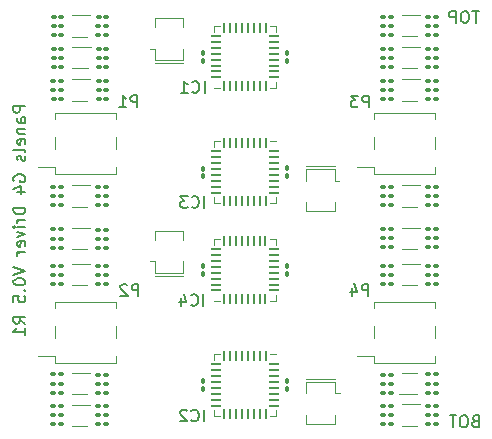
<source format=gbo>
G04 #@! TF.GenerationSoftware,KiCad,Pcbnew,7.0.2-6a45011f42~172~ubuntu22.04.1*
G04 #@! TF.CreationDate,2023-07-30T19:01:30-07:00*
G04 #@! TF.ProjectId,driver_40mm_atmega_v0p5,64726976-6572-45f3-9430-6d6d5f61746d,rev?*
G04 #@! TF.SameCoordinates,Original*
G04 #@! TF.FileFunction,Legend,Bot*
G04 #@! TF.FilePolarity,Positive*
%FSLAX46Y46*%
G04 Gerber Fmt 4.6, Leading zero omitted, Abs format (unit mm)*
G04 Created by KiCad (PCBNEW 7.0.2-6a45011f42~172~ubuntu22.04.1) date 2023-07-30 19:01:30*
%MOMM*%
%LPD*%
G01*
G04 APERTURE LIST*
G04 Aperture macros list*
%AMRoundRect*
0 Rectangle with rounded corners*
0 $1 Rounding radius*
0 $2 $3 $4 $5 $6 $7 $8 $9 X,Y pos of 4 corners*
0 Add a 4 corners polygon primitive as box body*
4,1,4,$2,$3,$4,$5,$6,$7,$8,$9,$2,$3,0*
0 Add four circle primitives for the rounded corners*
1,1,$1+$1,$2,$3*
1,1,$1+$1,$4,$5*
1,1,$1+$1,$6,$7*
1,1,$1+$1,$8,$9*
0 Add four rect primitives between the rounded corners*
20,1,$1+$1,$2,$3,$4,$5,0*
20,1,$1+$1,$4,$5,$6,$7,0*
20,1,$1+$1,$6,$7,$8,$9,0*
20,1,$1+$1,$8,$9,$2,$3,0*%
G04 Aperture macros list end*
%ADD10C,0.203200*%
%ADD11C,0.150000*%
%ADD12C,0.120000*%
%ADD13R,3.680000X1.270000*%
%ADD14RoundRect,0.062500X-0.375000X-0.062500X0.375000X-0.062500X0.375000X0.062500X-0.375000X0.062500X0*%
%ADD15RoundRect,0.062500X-0.062500X-0.375000X0.062500X-0.375000X0.062500X0.375000X-0.062500X0.375000X0*%
%ADD16R,3.100000X3.100000*%
%ADD17RoundRect,0.062500X0.375000X0.062500X-0.375000X0.062500X-0.375000X-0.062500X0.375000X-0.062500X0*%
%ADD18RoundRect,0.062500X0.062500X0.375000X-0.062500X0.375000X-0.062500X-0.375000X0.062500X-0.375000X0*%
%ADD19RoundRect,0.100000X-0.021213X-0.162635X0.162635X0.021213X0.021213X0.162635X-0.162635X-0.021213X0*%
%ADD20RoundRect,0.100000X-0.130000X-0.100000X0.130000X-0.100000X0.130000X0.100000X-0.130000X0.100000X0*%
%ADD21RoundRect,0.100000X0.130000X0.100000X-0.130000X0.100000X-0.130000X-0.100000X0.130000X-0.100000X0*%
%ADD22R,0.478000X0.300000*%
%ADD23RoundRect,0.100000X0.100000X-0.130000X0.100000X0.130000X-0.100000X0.130000X-0.100000X-0.130000X0*%
%ADD24RoundRect,0.100000X0.021213X0.162635X-0.162635X-0.021213X-0.021213X-0.162635X0.162635X0.021213X0*%
%ADD25RoundRect,0.100000X-0.100000X0.130000X-0.100000X-0.130000X0.100000X-0.130000X0.100000X0.130000X0*%
%ADD26R,1.900000X0.400000*%
G04 APERTURE END LIST*
D10*
X51410020Y-60323810D02*
X50394020Y-60323810D01*
X50394020Y-60323810D02*
X50394020Y-60710858D01*
X50394020Y-60710858D02*
X50442401Y-60807620D01*
X50442401Y-60807620D02*
X50490782Y-60856001D01*
X50490782Y-60856001D02*
X50587544Y-60904382D01*
X50587544Y-60904382D02*
X50732687Y-60904382D01*
X50732687Y-60904382D02*
X50829449Y-60856001D01*
X50829449Y-60856001D02*
X50877830Y-60807620D01*
X50877830Y-60807620D02*
X50926211Y-60710858D01*
X50926211Y-60710858D02*
X50926211Y-60323810D01*
X51410020Y-61775239D02*
X50877830Y-61775239D01*
X50877830Y-61775239D02*
X50781068Y-61726858D01*
X50781068Y-61726858D02*
X50732687Y-61630096D01*
X50732687Y-61630096D02*
X50732687Y-61436572D01*
X50732687Y-61436572D02*
X50781068Y-61339810D01*
X51361640Y-61775239D02*
X51410020Y-61678477D01*
X51410020Y-61678477D02*
X51410020Y-61436572D01*
X51410020Y-61436572D02*
X51361640Y-61339810D01*
X51361640Y-61339810D02*
X51264878Y-61291429D01*
X51264878Y-61291429D02*
X51168116Y-61291429D01*
X51168116Y-61291429D02*
X51071354Y-61339810D01*
X51071354Y-61339810D02*
X51022973Y-61436572D01*
X51022973Y-61436572D02*
X51022973Y-61678477D01*
X51022973Y-61678477D02*
X50974592Y-61775239D01*
X50732687Y-62259048D02*
X51410020Y-62259048D01*
X50829449Y-62259048D02*
X50781068Y-62307429D01*
X50781068Y-62307429D02*
X50732687Y-62404191D01*
X50732687Y-62404191D02*
X50732687Y-62549334D01*
X50732687Y-62549334D02*
X50781068Y-62646096D01*
X50781068Y-62646096D02*
X50877830Y-62694477D01*
X50877830Y-62694477D02*
X51410020Y-62694477D01*
X51361640Y-63565334D02*
X51410020Y-63468572D01*
X51410020Y-63468572D02*
X51410020Y-63275048D01*
X51410020Y-63275048D02*
X51361640Y-63178286D01*
X51361640Y-63178286D02*
X51264878Y-63129905D01*
X51264878Y-63129905D02*
X50877830Y-63129905D01*
X50877830Y-63129905D02*
X50781068Y-63178286D01*
X50781068Y-63178286D02*
X50732687Y-63275048D01*
X50732687Y-63275048D02*
X50732687Y-63468572D01*
X50732687Y-63468572D02*
X50781068Y-63565334D01*
X50781068Y-63565334D02*
X50877830Y-63613715D01*
X50877830Y-63613715D02*
X50974592Y-63613715D01*
X50974592Y-63613715D02*
X51071354Y-63129905D01*
X51410020Y-64194286D02*
X51361640Y-64097524D01*
X51361640Y-64097524D02*
X51264878Y-64049143D01*
X51264878Y-64049143D02*
X50394020Y-64049143D01*
X51361640Y-64532952D02*
X51410020Y-64629714D01*
X51410020Y-64629714D02*
X51410020Y-64823238D01*
X51410020Y-64823238D02*
X51361640Y-64920000D01*
X51361640Y-64920000D02*
X51264878Y-64968381D01*
X51264878Y-64968381D02*
X51216497Y-64968381D01*
X51216497Y-64968381D02*
X51119735Y-64920000D01*
X51119735Y-64920000D02*
X51071354Y-64823238D01*
X51071354Y-64823238D02*
X51071354Y-64678095D01*
X51071354Y-64678095D02*
X51022973Y-64581333D01*
X51022973Y-64581333D02*
X50926211Y-64532952D01*
X50926211Y-64532952D02*
X50877830Y-64532952D01*
X50877830Y-64532952D02*
X50781068Y-64581333D01*
X50781068Y-64581333D02*
X50732687Y-64678095D01*
X50732687Y-64678095D02*
X50732687Y-64823238D01*
X50732687Y-64823238D02*
X50781068Y-64920000D01*
X50442401Y-66710095D02*
X50394020Y-66613333D01*
X50394020Y-66613333D02*
X50394020Y-66468190D01*
X50394020Y-66468190D02*
X50442401Y-66323047D01*
X50442401Y-66323047D02*
X50539163Y-66226285D01*
X50539163Y-66226285D02*
X50635925Y-66177904D01*
X50635925Y-66177904D02*
X50829449Y-66129523D01*
X50829449Y-66129523D02*
X50974592Y-66129523D01*
X50974592Y-66129523D02*
X51168116Y-66177904D01*
X51168116Y-66177904D02*
X51264878Y-66226285D01*
X51264878Y-66226285D02*
X51361640Y-66323047D01*
X51361640Y-66323047D02*
X51410020Y-66468190D01*
X51410020Y-66468190D02*
X51410020Y-66564952D01*
X51410020Y-66564952D02*
X51361640Y-66710095D01*
X51361640Y-66710095D02*
X51313259Y-66758476D01*
X51313259Y-66758476D02*
X50974592Y-66758476D01*
X50974592Y-66758476D02*
X50974592Y-66564952D01*
X50732687Y-67629333D02*
X51410020Y-67629333D01*
X50345640Y-67387428D02*
X51071354Y-67145523D01*
X51071354Y-67145523D02*
X51071354Y-67774476D01*
X51410020Y-68935618D02*
X50394020Y-68935618D01*
X50394020Y-68935618D02*
X50394020Y-69177523D01*
X50394020Y-69177523D02*
X50442401Y-69322666D01*
X50442401Y-69322666D02*
X50539163Y-69419428D01*
X50539163Y-69419428D02*
X50635925Y-69467809D01*
X50635925Y-69467809D02*
X50829449Y-69516190D01*
X50829449Y-69516190D02*
X50974592Y-69516190D01*
X50974592Y-69516190D02*
X51168116Y-69467809D01*
X51168116Y-69467809D02*
X51264878Y-69419428D01*
X51264878Y-69419428D02*
X51361640Y-69322666D01*
X51361640Y-69322666D02*
X51410020Y-69177523D01*
X51410020Y-69177523D02*
X51410020Y-68935618D01*
X51410020Y-69951618D02*
X50732687Y-69951618D01*
X50926211Y-69951618D02*
X50829449Y-69999999D01*
X50829449Y-69999999D02*
X50781068Y-70048380D01*
X50781068Y-70048380D02*
X50732687Y-70145142D01*
X50732687Y-70145142D02*
X50732687Y-70241904D01*
X51410020Y-70580570D02*
X50732687Y-70580570D01*
X50394020Y-70580570D02*
X50442401Y-70532189D01*
X50442401Y-70532189D02*
X50490782Y-70580570D01*
X50490782Y-70580570D02*
X50442401Y-70628951D01*
X50442401Y-70628951D02*
X50394020Y-70580570D01*
X50394020Y-70580570D02*
X50490782Y-70580570D01*
X50732687Y-70967618D02*
X51410020Y-71209523D01*
X51410020Y-71209523D02*
X50732687Y-71451428D01*
X51361640Y-72225523D02*
X51410020Y-72128761D01*
X51410020Y-72128761D02*
X51410020Y-71935237D01*
X51410020Y-71935237D02*
X51361640Y-71838475D01*
X51361640Y-71838475D02*
X51264878Y-71790094D01*
X51264878Y-71790094D02*
X50877830Y-71790094D01*
X50877830Y-71790094D02*
X50781068Y-71838475D01*
X50781068Y-71838475D02*
X50732687Y-71935237D01*
X50732687Y-71935237D02*
X50732687Y-72128761D01*
X50732687Y-72128761D02*
X50781068Y-72225523D01*
X50781068Y-72225523D02*
X50877830Y-72273904D01*
X50877830Y-72273904D02*
X50974592Y-72273904D01*
X50974592Y-72273904D02*
X51071354Y-71790094D01*
X51410020Y-72709332D02*
X50732687Y-72709332D01*
X50926211Y-72709332D02*
X50829449Y-72757713D01*
X50829449Y-72757713D02*
X50781068Y-72806094D01*
X50781068Y-72806094D02*
X50732687Y-72902856D01*
X50732687Y-72902856D02*
X50732687Y-72999618D01*
X50394020Y-73967236D02*
X51410020Y-74305903D01*
X51410020Y-74305903D02*
X50394020Y-74644570D01*
X50394020Y-75176760D02*
X50394020Y-75273522D01*
X50394020Y-75273522D02*
X50442401Y-75370284D01*
X50442401Y-75370284D02*
X50490782Y-75418665D01*
X50490782Y-75418665D02*
X50587544Y-75467046D01*
X50587544Y-75467046D02*
X50781068Y-75515427D01*
X50781068Y-75515427D02*
X51022973Y-75515427D01*
X51022973Y-75515427D02*
X51216497Y-75467046D01*
X51216497Y-75467046D02*
X51313259Y-75418665D01*
X51313259Y-75418665D02*
X51361640Y-75370284D01*
X51361640Y-75370284D02*
X51410020Y-75273522D01*
X51410020Y-75273522D02*
X51410020Y-75176760D01*
X51410020Y-75176760D02*
X51361640Y-75079998D01*
X51361640Y-75079998D02*
X51313259Y-75031617D01*
X51313259Y-75031617D02*
X51216497Y-74983236D01*
X51216497Y-74983236D02*
X51022973Y-74934855D01*
X51022973Y-74934855D02*
X50781068Y-74934855D01*
X50781068Y-74934855D02*
X50587544Y-74983236D01*
X50587544Y-74983236D02*
X50490782Y-75031617D01*
X50490782Y-75031617D02*
X50442401Y-75079998D01*
X50442401Y-75079998D02*
X50394020Y-75176760D01*
X51313259Y-75950855D02*
X51361640Y-75999236D01*
X51361640Y-75999236D02*
X51410020Y-75950855D01*
X51410020Y-75950855D02*
X51361640Y-75902474D01*
X51361640Y-75902474D02*
X51313259Y-75950855D01*
X51313259Y-75950855D02*
X51410020Y-75950855D01*
X50394020Y-76918475D02*
X50394020Y-76434665D01*
X50394020Y-76434665D02*
X50877830Y-76386284D01*
X50877830Y-76386284D02*
X50829449Y-76434665D01*
X50829449Y-76434665D02*
X50781068Y-76531427D01*
X50781068Y-76531427D02*
X50781068Y-76773332D01*
X50781068Y-76773332D02*
X50829449Y-76870094D01*
X50829449Y-76870094D02*
X50877830Y-76918475D01*
X50877830Y-76918475D02*
X50974592Y-76966856D01*
X50974592Y-76966856D02*
X51216497Y-76966856D01*
X51216497Y-76966856D02*
X51313259Y-76918475D01*
X51313259Y-76918475D02*
X51361640Y-76870094D01*
X51361640Y-76870094D02*
X51410020Y-76773332D01*
X51410020Y-76773332D02*
X51410020Y-76531427D01*
X51410020Y-76531427D02*
X51361640Y-76434665D01*
X51361640Y-76434665D02*
X51313259Y-76386284D01*
X51410020Y-78756951D02*
X50926211Y-78418284D01*
X51410020Y-78176379D02*
X50394020Y-78176379D01*
X50394020Y-78176379D02*
X50394020Y-78563427D01*
X50394020Y-78563427D02*
X50442401Y-78660189D01*
X50442401Y-78660189D02*
X50490782Y-78708570D01*
X50490782Y-78708570D02*
X50587544Y-78756951D01*
X50587544Y-78756951D02*
X50732687Y-78756951D01*
X50732687Y-78756951D02*
X50829449Y-78708570D01*
X50829449Y-78708570D02*
X50877830Y-78660189D01*
X50877830Y-78660189D02*
X50926211Y-78563427D01*
X50926211Y-78563427D02*
X50926211Y-78176379D01*
X51410020Y-79724570D02*
X51410020Y-79143998D01*
X51410020Y-79434284D02*
X50394020Y-79434284D01*
X50394020Y-79434284D02*
X50539163Y-79337522D01*
X50539163Y-79337522D02*
X50635925Y-79240760D01*
X50635925Y-79240760D02*
X50684306Y-79143998D01*
X89496666Y-87007830D02*
X89351523Y-87056211D01*
X89351523Y-87056211D02*
X89303142Y-87104592D01*
X89303142Y-87104592D02*
X89254761Y-87201354D01*
X89254761Y-87201354D02*
X89254761Y-87346497D01*
X89254761Y-87346497D02*
X89303142Y-87443259D01*
X89303142Y-87443259D02*
X89351523Y-87491640D01*
X89351523Y-87491640D02*
X89448285Y-87540020D01*
X89448285Y-87540020D02*
X89835333Y-87540020D01*
X89835333Y-87540020D02*
X89835333Y-86524020D01*
X89835333Y-86524020D02*
X89496666Y-86524020D01*
X89496666Y-86524020D02*
X89399904Y-86572401D01*
X89399904Y-86572401D02*
X89351523Y-86620782D01*
X89351523Y-86620782D02*
X89303142Y-86717544D01*
X89303142Y-86717544D02*
X89303142Y-86814306D01*
X89303142Y-86814306D02*
X89351523Y-86911068D01*
X89351523Y-86911068D02*
X89399904Y-86959449D01*
X89399904Y-86959449D02*
X89496666Y-87007830D01*
X89496666Y-87007830D02*
X89835333Y-87007830D01*
X88625809Y-86524020D02*
X88432285Y-86524020D01*
X88432285Y-86524020D02*
X88335523Y-86572401D01*
X88335523Y-86572401D02*
X88238761Y-86669163D01*
X88238761Y-86669163D02*
X88190380Y-86862687D01*
X88190380Y-86862687D02*
X88190380Y-87201354D01*
X88190380Y-87201354D02*
X88238761Y-87394878D01*
X88238761Y-87394878D02*
X88335523Y-87491640D01*
X88335523Y-87491640D02*
X88432285Y-87540020D01*
X88432285Y-87540020D02*
X88625809Y-87540020D01*
X88625809Y-87540020D02*
X88722571Y-87491640D01*
X88722571Y-87491640D02*
X88819333Y-87394878D01*
X88819333Y-87394878D02*
X88867714Y-87201354D01*
X88867714Y-87201354D02*
X88867714Y-86862687D01*
X88867714Y-86862687D02*
X88819333Y-86669163D01*
X88819333Y-86669163D02*
X88722571Y-86572401D01*
X88722571Y-86572401D02*
X88625809Y-86524020D01*
X87900095Y-86524020D02*
X87319523Y-86524020D01*
X87609809Y-87540020D02*
X87609809Y-86524020D01*
X89820476Y-52294020D02*
X89239904Y-52294020D01*
X89530190Y-53310020D02*
X89530190Y-52294020D01*
X88707714Y-52294020D02*
X88514190Y-52294020D01*
X88514190Y-52294020D02*
X88417428Y-52342401D01*
X88417428Y-52342401D02*
X88320666Y-52439163D01*
X88320666Y-52439163D02*
X88272285Y-52632687D01*
X88272285Y-52632687D02*
X88272285Y-52971354D01*
X88272285Y-52971354D02*
X88320666Y-53164878D01*
X88320666Y-53164878D02*
X88417428Y-53261640D01*
X88417428Y-53261640D02*
X88514190Y-53310020D01*
X88514190Y-53310020D02*
X88707714Y-53310020D01*
X88707714Y-53310020D02*
X88804476Y-53261640D01*
X88804476Y-53261640D02*
X88901238Y-53164878D01*
X88901238Y-53164878D02*
X88949619Y-52971354D01*
X88949619Y-52971354D02*
X88949619Y-52632687D01*
X88949619Y-52632687D02*
X88901238Y-52439163D01*
X88901238Y-52439163D02*
X88804476Y-52342401D01*
X88804476Y-52342401D02*
X88707714Y-52294020D01*
X87836857Y-53310020D02*
X87836857Y-52294020D01*
X87836857Y-52294020D02*
X87449809Y-52294020D01*
X87449809Y-52294020D02*
X87353047Y-52342401D01*
X87353047Y-52342401D02*
X87304666Y-52390782D01*
X87304666Y-52390782D02*
X87256285Y-52487544D01*
X87256285Y-52487544D02*
X87256285Y-52632687D01*
X87256285Y-52632687D02*
X87304666Y-52729449D01*
X87304666Y-52729449D02*
X87353047Y-52777830D01*
X87353047Y-52777830D02*
X87449809Y-52826211D01*
X87449809Y-52826211D02*
X87836857Y-52826211D01*
D11*
X80448094Y-76402619D02*
X80448094Y-75402619D01*
X80448094Y-75402619D02*
X80067142Y-75402619D01*
X80067142Y-75402619D02*
X79971904Y-75450238D01*
X79971904Y-75450238D02*
X79924285Y-75497857D01*
X79924285Y-75497857D02*
X79876666Y-75593095D01*
X79876666Y-75593095D02*
X79876666Y-75735952D01*
X79876666Y-75735952D02*
X79924285Y-75831190D01*
X79924285Y-75831190D02*
X79971904Y-75878809D01*
X79971904Y-75878809D02*
X80067142Y-75926428D01*
X80067142Y-75926428D02*
X80448094Y-75926428D01*
X79019523Y-75735952D02*
X79019523Y-76402619D01*
X79257618Y-75355000D02*
X79495713Y-76069285D01*
X79495713Y-76069285D02*
X78876666Y-76069285D01*
X80468094Y-60452619D02*
X80468094Y-59452619D01*
X80468094Y-59452619D02*
X80087142Y-59452619D01*
X80087142Y-59452619D02*
X79991904Y-59500238D01*
X79991904Y-59500238D02*
X79944285Y-59547857D01*
X79944285Y-59547857D02*
X79896666Y-59643095D01*
X79896666Y-59643095D02*
X79896666Y-59785952D01*
X79896666Y-59785952D02*
X79944285Y-59881190D01*
X79944285Y-59881190D02*
X79991904Y-59928809D01*
X79991904Y-59928809D02*
X80087142Y-59976428D01*
X80087142Y-59976428D02*
X80468094Y-59976428D01*
X79563332Y-59452619D02*
X78944285Y-59452619D01*
X78944285Y-59452619D02*
X79277618Y-59833571D01*
X79277618Y-59833571D02*
X79134761Y-59833571D01*
X79134761Y-59833571D02*
X79039523Y-59881190D01*
X79039523Y-59881190D02*
X78991904Y-59928809D01*
X78991904Y-59928809D02*
X78944285Y-60024047D01*
X78944285Y-60024047D02*
X78944285Y-60262142D01*
X78944285Y-60262142D02*
X78991904Y-60357380D01*
X78991904Y-60357380D02*
X79039523Y-60405000D01*
X79039523Y-60405000D02*
X79134761Y-60452619D01*
X79134761Y-60452619D02*
X79420475Y-60452619D01*
X79420475Y-60452619D02*
X79515713Y-60405000D01*
X79515713Y-60405000D02*
X79563332Y-60357380D01*
X60968094Y-76402619D02*
X60968094Y-75402619D01*
X60968094Y-75402619D02*
X60587142Y-75402619D01*
X60587142Y-75402619D02*
X60491904Y-75450238D01*
X60491904Y-75450238D02*
X60444285Y-75497857D01*
X60444285Y-75497857D02*
X60396666Y-75593095D01*
X60396666Y-75593095D02*
X60396666Y-75735952D01*
X60396666Y-75735952D02*
X60444285Y-75831190D01*
X60444285Y-75831190D02*
X60491904Y-75878809D01*
X60491904Y-75878809D02*
X60587142Y-75926428D01*
X60587142Y-75926428D02*
X60968094Y-75926428D01*
X60015713Y-75497857D02*
X59968094Y-75450238D01*
X59968094Y-75450238D02*
X59872856Y-75402619D01*
X59872856Y-75402619D02*
X59634761Y-75402619D01*
X59634761Y-75402619D02*
X59539523Y-75450238D01*
X59539523Y-75450238D02*
X59491904Y-75497857D01*
X59491904Y-75497857D02*
X59444285Y-75593095D01*
X59444285Y-75593095D02*
X59444285Y-75688333D01*
X59444285Y-75688333D02*
X59491904Y-75831190D01*
X59491904Y-75831190D02*
X60063332Y-76402619D01*
X60063332Y-76402619D02*
X59444285Y-76402619D01*
X60868094Y-60442619D02*
X60868094Y-59442619D01*
X60868094Y-59442619D02*
X60487142Y-59442619D01*
X60487142Y-59442619D02*
X60391904Y-59490238D01*
X60391904Y-59490238D02*
X60344285Y-59537857D01*
X60344285Y-59537857D02*
X60296666Y-59633095D01*
X60296666Y-59633095D02*
X60296666Y-59775952D01*
X60296666Y-59775952D02*
X60344285Y-59871190D01*
X60344285Y-59871190D02*
X60391904Y-59918809D01*
X60391904Y-59918809D02*
X60487142Y-59966428D01*
X60487142Y-59966428D02*
X60868094Y-59966428D01*
X59344285Y-60442619D02*
X59915713Y-60442619D01*
X59629999Y-60442619D02*
X59629999Y-59442619D01*
X59629999Y-59442619D02*
X59725237Y-59585476D01*
X59725237Y-59585476D02*
X59820475Y-59680714D01*
X59820475Y-59680714D02*
X59915713Y-59728333D01*
X66566189Y-59222619D02*
X66566189Y-58222619D01*
X65518571Y-59127380D02*
X65566190Y-59175000D01*
X65566190Y-59175000D02*
X65709047Y-59222619D01*
X65709047Y-59222619D02*
X65804285Y-59222619D01*
X65804285Y-59222619D02*
X65947142Y-59175000D01*
X65947142Y-59175000D02*
X66042380Y-59079761D01*
X66042380Y-59079761D02*
X66089999Y-58984523D01*
X66089999Y-58984523D02*
X66137618Y-58794047D01*
X66137618Y-58794047D02*
X66137618Y-58651190D01*
X66137618Y-58651190D02*
X66089999Y-58460714D01*
X66089999Y-58460714D02*
X66042380Y-58365476D01*
X66042380Y-58365476D02*
X65947142Y-58270238D01*
X65947142Y-58270238D02*
X65804285Y-58222619D01*
X65804285Y-58222619D02*
X65709047Y-58222619D01*
X65709047Y-58222619D02*
X65566190Y-58270238D01*
X65566190Y-58270238D02*
X65518571Y-58317857D01*
X64566190Y-59222619D02*
X65137618Y-59222619D01*
X64851904Y-59222619D02*
X64851904Y-58222619D01*
X64851904Y-58222619D02*
X64947142Y-58365476D01*
X64947142Y-58365476D02*
X65042380Y-58460714D01*
X65042380Y-58460714D02*
X65137618Y-58508333D01*
X66506189Y-87032619D02*
X66506189Y-86032619D01*
X65458571Y-86937380D02*
X65506190Y-86985000D01*
X65506190Y-86985000D02*
X65649047Y-87032619D01*
X65649047Y-87032619D02*
X65744285Y-87032619D01*
X65744285Y-87032619D02*
X65887142Y-86985000D01*
X65887142Y-86985000D02*
X65982380Y-86889761D01*
X65982380Y-86889761D02*
X66029999Y-86794523D01*
X66029999Y-86794523D02*
X66077618Y-86604047D01*
X66077618Y-86604047D02*
X66077618Y-86461190D01*
X66077618Y-86461190D02*
X66029999Y-86270714D01*
X66029999Y-86270714D02*
X65982380Y-86175476D01*
X65982380Y-86175476D02*
X65887142Y-86080238D01*
X65887142Y-86080238D02*
X65744285Y-86032619D01*
X65744285Y-86032619D02*
X65649047Y-86032619D01*
X65649047Y-86032619D02*
X65506190Y-86080238D01*
X65506190Y-86080238D02*
X65458571Y-86127857D01*
X65077618Y-86127857D02*
X65029999Y-86080238D01*
X65029999Y-86080238D02*
X64934761Y-86032619D01*
X64934761Y-86032619D02*
X64696666Y-86032619D01*
X64696666Y-86032619D02*
X64601428Y-86080238D01*
X64601428Y-86080238D02*
X64553809Y-86127857D01*
X64553809Y-86127857D02*
X64506190Y-86223095D01*
X64506190Y-86223095D02*
X64506190Y-86318333D01*
X64506190Y-86318333D02*
X64553809Y-86461190D01*
X64553809Y-86461190D02*
X65125237Y-87032619D01*
X65125237Y-87032619D02*
X64506190Y-87032619D01*
X66526189Y-68972619D02*
X66526189Y-67972619D01*
X65478571Y-68877380D02*
X65526190Y-68925000D01*
X65526190Y-68925000D02*
X65669047Y-68972619D01*
X65669047Y-68972619D02*
X65764285Y-68972619D01*
X65764285Y-68972619D02*
X65907142Y-68925000D01*
X65907142Y-68925000D02*
X66002380Y-68829761D01*
X66002380Y-68829761D02*
X66049999Y-68734523D01*
X66049999Y-68734523D02*
X66097618Y-68544047D01*
X66097618Y-68544047D02*
X66097618Y-68401190D01*
X66097618Y-68401190D02*
X66049999Y-68210714D01*
X66049999Y-68210714D02*
X66002380Y-68115476D01*
X66002380Y-68115476D02*
X65907142Y-68020238D01*
X65907142Y-68020238D02*
X65764285Y-67972619D01*
X65764285Y-67972619D02*
X65669047Y-67972619D01*
X65669047Y-67972619D02*
X65526190Y-68020238D01*
X65526190Y-68020238D02*
X65478571Y-68067857D01*
X65145237Y-67972619D02*
X64526190Y-67972619D01*
X64526190Y-67972619D02*
X64859523Y-68353571D01*
X64859523Y-68353571D02*
X64716666Y-68353571D01*
X64716666Y-68353571D02*
X64621428Y-68401190D01*
X64621428Y-68401190D02*
X64573809Y-68448809D01*
X64573809Y-68448809D02*
X64526190Y-68544047D01*
X64526190Y-68544047D02*
X64526190Y-68782142D01*
X64526190Y-68782142D02*
X64573809Y-68877380D01*
X64573809Y-68877380D02*
X64621428Y-68925000D01*
X64621428Y-68925000D02*
X64716666Y-68972619D01*
X64716666Y-68972619D02*
X65002380Y-68972619D01*
X65002380Y-68972619D02*
X65097618Y-68925000D01*
X65097618Y-68925000D02*
X65145237Y-68877380D01*
X66466189Y-77272619D02*
X66466189Y-76272619D01*
X65418571Y-77177380D02*
X65466190Y-77225000D01*
X65466190Y-77225000D02*
X65609047Y-77272619D01*
X65609047Y-77272619D02*
X65704285Y-77272619D01*
X65704285Y-77272619D02*
X65847142Y-77225000D01*
X65847142Y-77225000D02*
X65942380Y-77129761D01*
X65942380Y-77129761D02*
X65989999Y-77034523D01*
X65989999Y-77034523D02*
X66037618Y-76844047D01*
X66037618Y-76844047D02*
X66037618Y-76701190D01*
X66037618Y-76701190D02*
X65989999Y-76510714D01*
X65989999Y-76510714D02*
X65942380Y-76415476D01*
X65942380Y-76415476D02*
X65847142Y-76320238D01*
X65847142Y-76320238D02*
X65704285Y-76272619D01*
X65704285Y-76272619D02*
X65609047Y-76272619D01*
X65609047Y-76272619D02*
X65466190Y-76320238D01*
X65466190Y-76320238D02*
X65418571Y-76367857D01*
X64561428Y-76605952D02*
X64561428Y-77272619D01*
X64799523Y-76225000D02*
X65037618Y-76939285D01*
X65037618Y-76939285D02*
X64418571Y-76939285D01*
D12*
X79460000Y-81530000D02*
X80900000Y-81530000D01*
X80900000Y-76900000D02*
X86100000Y-76900000D01*
X80900000Y-77470000D02*
X80900000Y-76900000D01*
X80900000Y-80010000D02*
X80900000Y-78990000D01*
X80900000Y-82100000D02*
X80900000Y-81530000D01*
X80900000Y-82100000D02*
X86100000Y-82100000D01*
X86100000Y-77470000D02*
X86100000Y-76900000D01*
X86100000Y-80010000D02*
X86100000Y-78990000D01*
X86100000Y-82100000D02*
X86100000Y-81530000D01*
X79460000Y-65530000D02*
X80900000Y-65530000D01*
X80900000Y-60900000D02*
X86100000Y-60900000D01*
X80900000Y-61470000D02*
X80900000Y-60900000D01*
X80900000Y-64010000D02*
X80900000Y-62990000D01*
X80900000Y-66100000D02*
X80900000Y-65530000D01*
X80900000Y-66100000D02*
X86100000Y-66100000D01*
X86100000Y-61470000D02*
X86100000Y-60900000D01*
X86100000Y-64010000D02*
X86100000Y-62990000D01*
X86100000Y-66100000D02*
X86100000Y-65530000D01*
X52460000Y-81530000D02*
X53900000Y-81530000D01*
X53900000Y-76900000D02*
X59100000Y-76900000D01*
X53900000Y-77470000D02*
X53900000Y-76900000D01*
X53900000Y-80010000D02*
X53900000Y-78990000D01*
X53900000Y-82100000D02*
X53900000Y-81530000D01*
X53900000Y-82100000D02*
X59100000Y-82100000D01*
X59100000Y-77470000D02*
X59100000Y-76900000D01*
X59100000Y-80010000D02*
X59100000Y-78990000D01*
X59100000Y-82100000D02*
X59100000Y-81530000D01*
X52460000Y-65530000D02*
X53900000Y-65530000D01*
X53900000Y-60900000D02*
X59100000Y-60900000D01*
X53900000Y-61470000D02*
X53900000Y-60900000D01*
X53900000Y-64010000D02*
X53900000Y-62990000D01*
X53900000Y-66100000D02*
X53900000Y-65530000D01*
X53900000Y-66100000D02*
X59100000Y-66100000D01*
X59100000Y-61470000D02*
X59100000Y-60900000D01*
X59100000Y-64010000D02*
X59100000Y-62990000D01*
X59100000Y-66100000D02*
X59100000Y-65530000D01*
X67380000Y-53552500D02*
X67380000Y-54027500D01*
X67855000Y-53552500D02*
X67380000Y-53552500D01*
X67855000Y-58772500D02*
X67380000Y-58772500D01*
X72125000Y-53552500D02*
X72600000Y-53552500D01*
X72125000Y-58772500D02*
X72600000Y-58772500D01*
X72600000Y-53552500D02*
X72600000Y-54027500D01*
X72600000Y-58772500D02*
X72600000Y-58297500D01*
X72612500Y-86560000D02*
X72612500Y-86085000D01*
X72137500Y-86560000D02*
X72612500Y-86560000D01*
X72137500Y-81340000D02*
X72612500Y-81340000D01*
X67867500Y-86560000D02*
X67392500Y-86560000D01*
X67867500Y-81340000D02*
X67392500Y-81340000D01*
X67392500Y-86560000D02*
X67392500Y-86085000D01*
X67392500Y-81340000D02*
X67392500Y-81815000D01*
X72600000Y-68537500D02*
X72600000Y-68062500D01*
X72125000Y-68537500D02*
X72600000Y-68537500D01*
X72125000Y-63317500D02*
X72600000Y-63317500D01*
X67855000Y-68537500D02*
X67380000Y-68537500D01*
X67855000Y-63317500D02*
X67380000Y-63317500D01*
X67380000Y-68537500D02*
X67380000Y-68062500D01*
X67380000Y-63317500D02*
X67380000Y-63792500D01*
X67370000Y-71590000D02*
X67370000Y-72065000D01*
X67845000Y-71590000D02*
X67370000Y-71590000D01*
X67845000Y-76810000D02*
X67370000Y-76810000D01*
X72115000Y-71590000D02*
X72590000Y-71590000D01*
X72115000Y-76810000D02*
X72590000Y-76810000D01*
X72590000Y-71590000D02*
X72590000Y-72065000D01*
X72590000Y-76810000D02*
X72590000Y-76335000D01*
X56920000Y-55340000D02*
X55370000Y-55340000D01*
X55370000Y-57140000D02*
X56670000Y-57140000D01*
X84820000Y-67050000D02*
X83270000Y-67050000D01*
X83270000Y-68850000D02*
X84570000Y-68850000D01*
X56890000Y-73720000D02*
X55340000Y-73720000D01*
X55340000Y-75520000D02*
X56640000Y-75520000D01*
X84822000Y-73720000D02*
X83272000Y-73720000D01*
X83272000Y-75520000D02*
X84572000Y-75520000D01*
X77200000Y-83475000D02*
X77600000Y-83475000D01*
X75200000Y-83475000D02*
X77200000Y-83475000D01*
X77200000Y-83675000D02*
X77600000Y-83675000D01*
X77200000Y-83675000D02*
X75200000Y-83675000D01*
X75200000Y-83675000D02*
X75200000Y-84675000D01*
X77600000Y-84675000D02*
X77600000Y-83675000D01*
X77600000Y-84675000D02*
X78000000Y-84675000D01*
X75200000Y-86475000D02*
X75200000Y-87275000D01*
X77600000Y-87275000D02*
X77600000Y-86475000D01*
X77200000Y-87275000D02*
X77600000Y-87275000D01*
X75200000Y-87275000D02*
X77200000Y-87275000D01*
X56892000Y-70670000D02*
X55342000Y-70670000D01*
X55342000Y-72470000D02*
X56642000Y-72470000D01*
X77175000Y-65450000D02*
X77575000Y-65450000D01*
X75175000Y-65450000D02*
X77175000Y-65450000D01*
X77175000Y-65650000D02*
X77575000Y-65650000D01*
X77175000Y-65650000D02*
X75175000Y-65650000D01*
X75175000Y-65650000D02*
X75175000Y-66650000D01*
X77575000Y-66650000D02*
X77575000Y-65650000D01*
X77575000Y-66650000D02*
X77975000Y-66650000D01*
X75175000Y-68450000D02*
X75175000Y-69250000D01*
X77575000Y-69250000D02*
X77575000Y-68450000D01*
X77175000Y-69250000D02*
X77575000Y-69250000D01*
X75175000Y-69250000D02*
X77175000Y-69250000D01*
X56908000Y-58070000D02*
X55358000Y-58070000D01*
X55358000Y-59870000D02*
X56658000Y-59870000D01*
X56897000Y-67050000D02*
X55347000Y-67050000D01*
X55347000Y-68850000D02*
X56647000Y-68850000D01*
X84818000Y-52650000D02*
X83268000Y-52650000D01*
X83268000Y-54450000D02*
X84568000Y-54450000D01*
X83038000Y-84740000D02*
X84588000Y-84740000D01*
X84588000Y-82940000D02*
X83288000Y-82940000D01*
X84802000Y-58080000D02*
X83252000Y-58080000D01*
X83252000Y-59880000D02*
X84552000Y-59880000D01*
X56907000Y-52670000D02*
X55357000Y-52670000D01*
X55357000Y-54470000D02*
X56657000Y-54470000D01*
X62775000Y-74700000D02*
X62375000Y-74700000D01*
X64775000Y-74700000D02*
X62775000Y-74700000D01*
X62775000Y-74500000D02*
X62375000Y-74500000D01*
X62775000Y-74500000D02*
X64775000Y-74500000D01*
X64775000Y-74500000D02*
X64775000Y-73500000D01*
X62375000Y-73500000D02*
X62375000Y-74500000D01*
X62375000Y-73500000D02*
X61975000Y-73500000D01*
X64775000Y-71700000D02*
X64775000Y-70900000D01*
X62375000Y-70900000D02*
X62375000Y-71700000D01*
X62775000Y-70900000D02*
X62375000Y-70900000D01*
X64775000Y-70900000D02*
X62775000Y-70900000D01*
X84820000Y-55350000D02*
X83270000Y-55350000D01*
X83270000Y-57150000D02*
X84570000Y-57150000D01*
X56888000Y-85620000D02*
X55338000Y-85620000D01*
X55338000Y-87420000D02*
X56638000Y-87420000D01*
X84830000Y-85590000D02*
X83280000Y-85590000D01*
X83280000Y-87390000D02*
X84580000Y-87390000D01*
X84832000Y-70640000D02*
X83282000Y-70640000D01*
X83282000Y-72440000D02*
X84582000Y-72440000D01*
X62775000Y-56675000D02*
X62375000Y-56675000D01*
X64775000Y-56675000D02*
X62775000Y-56675000D01*
X62775000Y-56475000D02*
X62375000Y-56475000D01*
X62775000Y-56475000D02*
X64775000Y-56475000D01*
X64775000Y-56475000D02*
X64775000Y-55475000D01*
X62375000Y-55475000D02*
X62375000Y-56475000D01*
X62375000Y-55475000D02*
X61975000Y-55475000D01*
X64775000Y-53675000D02*
X64775000Y-52875000D01*
X62375000Y-52875000D02*
X62375000Y-53675000D01*
X62775000Y-52875000D02*
X62375000Y-52875000D01*
X64775000Y-52875000D02*
X62775000Y-52875000D01*
X56890000Y-82940000D02*
X55340000Y-82940000D01*
X55340000Y-84740000D02*
X56640000Y-84740000D01*
%LPC*%
D13*
X81025000Y-80770000D03*
X85975000Y-80770000D03*
X81025000Y-78230000D03*
X85975000Y-78230000D03*
X81025000Y-64770000D03*
X85975000Y-64770000D03*
X81025000Y-62230000D03*
X85975000Y-62230000D03*
X54025000Y-80770000D03*
X58975000Y-80770000D03*
X54025000Y-78230000D03*
X58975000Y-78230000D03*
X54025000Y-64770000D03*
X58975000Y-64770000D03*
X54025000Y-62230000D03*
X58975000Y-62230000D03*
D14*
X67552500Y-57912500D03*
X67552500Y-57412500D03*
X67552500Y-56912500D03*
X67552500Y-56412500D03*
X67552500Y-55912500D03*
X67552500Y-55412500D03*
X67552500Y-54912500D03*
X67552500Y-54412500D03*
D15*
X68240000Y-53725000D03*
X68740000Y-53725000D03*
X69240000Y-53725000D03*
X69740000Y-53725000D03*
X70240000Y-53725000D03*
X70740000Y-53725000D03*
X71240000Y-53725000D03*
X71740000Y-53725000D03*
D14*
X72427500Y-54412500D03*
X72427500Y-54912500D03*
X72427500Y-55412500D03*
X72427500Y-55912500D03*
X72427500Y-56412500D03*
X72427500Y-56912500D03*
X72427500Y-57412500D03*
X72427500Y-57912500D03*
D15*
X71740000Y-58600000D03*
X71240000Y-58600000D03*
X70740000Y-58600000D03*
X70240000Y-58600000D03*
X69740000Y-58600000D03*
X69240000Y-58600000D03*
X68740000Y-58600000D03*
X68240000Y-58600000D03*
D16*
X69990000Y-56162500D03*
D17*
X72440000Y-82200000D03*
X72440000Y-82700000D03*
X72440000Y-83200000D03*
X72440000Y-83700000D03*
X72440000Y-84200000D03*
X72440000Y-84700000D03*
X72440000Y-85200000D03*
X72440000Y-85700000D03*
D18*
X71752500Y-86387500D03*
X71252500Y-86387500D03*
X70752500Y-86387500D03*
X70252500Y-86387500D03*
X69752500Y-86387500D03*
X69252500Y-86387500D03*
X68752500Y-86387500D03*
X68252500Y-86387500D03*
D17*
X67565000Y-85700000D03*
X67565000Y-85200000D03*
X67565000Y-84700000D03*
X67565000Y-84200000D03*
X67565000Y-83700000D03*
X67565000Y-83200000D03*
X67565000Y-82700000D03*
X67565000Y-82200000D03*
D18*
X68252500Y-81512500D03*
X68752500Y-81512500D03*
X69252500Y-81512500D03*
X69752500Y-81512500D03*
X70252500Y-81512500D03*
X70752500Y-81512500D03*
X71252500Y-81512500D03*
X71752500Y-81512500D03*
D16*
X70002500Y-83950000D03*
D17*
X72427500Y-64177500D03*
X72427500Y-64677500D03*
X72427500Y-65177500D03*
X72427500Y-65677500D03*
X72427500Y-66177500D03*
X72427500Y-66677500D03*
X72427500Y-67177500D03*
X72427500Y-67677500D03*
D18*
X71740000Y-68365000D03*
X71240000Y-68365000D03*
X70740000Y-68365000D03*
X70240000Y-68365000D03*
X69740000Y-68365000D03*
X69240000Y-68365000D03*
X68740000Y-68365000D03*
X68240000Y-68365000D03*
D17*
X67552500Y-67677500D03*
X67552500Y-67177500D03*
X67552500Y-66677500D03*
X67552500Y-66177500D03*
X67552500Y-65677500D03*
X67552500Y-65177500D03*
X67552500Y-64677500D03*
X67552500Y-64177500D03*
D18*
X68240000Y-63490000D03*
X68740000Y-63490000D03*
X69240000Y-63490000D03*
X69740000Y-63490000D03*
X70240000Y-63490000D03*
X70740000Y-63490000D03*
X71240000Y-63490000D03*
X71740000Y-63490000D03*
D16*
X69990000Y-65927500D03*
D14*
X67542500Y-75950000D03*
X67542500Y-75450000D03*
X67542500Y-74950000D03*
X67542500Y-74450000D03*
X67542500Y-73950000D03*
X67542500Y-73450000D03*
X67542500Y-72950000D03*
X67542500Y-72450000D03*
D15*
X68230000Y-71762500D03*
X68730000Y-71762500D03*
X69230000Y-71762500D03*
X69730000Y-71762500D03*
X70230000Y-71762500D03*
X70730000Y-71762500D03*
X71230000Y-71762500D03*
X71730000Y-71762500D03*
D14*
X72417500Y-72450000D03*
X72417500Y-72950000D03*
X72417500Y-73450000D03*
X72417500Y-73950000D03*
X72417500Y-74450000D03*
X72417500Y-74950000D03*
X72417500Y-75450000D03*
X72417500Y-75950000D03*
D15*
X71730000Y-76637500D03*
X71230000Y-76637500D03*
X70730000Y-76637500D03*
X70230000Y-76637500D03*
X69730000Y-76637500D03*
X69230000Y-76637500D03*
X68730000Y-76637500D03*
X68230000Y-76637500D03*
D16*
X69980000Y-74200000D03*
D19*
X71027726Y-51472274D03*
X71480274Y-51019726D03*
D20*
X53770000Y-86520000D03*
X54410000Y-86520000D03*
X81713000Y-83080000D03*
X82353000Y-83080000D03*
D21*
X58235000Y-58970000D03*
X57595000Y-58970000D03*
D22*
X56658000Y-55740000D03*
X56658000Y-56240000D03*
X56658000Y-56740000D03*
X55382000Y-56740000D03*
X55382000Y-56240000D03*
X55382000Y-55740000D03*
D20*
X53790000Y-54350000D03*
X54430000Y-54350000D03*
X81708000Y-84610000D03*
X82348000Y-84610000D03*
D19*
X56027726Y-88972274D03*
X56480274Y-88519726D03*
D21*
X86163000Y-84600000D03*
X85523000Y-84600000D03*
D19*
X51023726Y-88976274D03*
X51476274Y-88523726D03*
D20*
X81695000Y-68720000D03*
X82335000Y-68720000D03*
X81715000Y-70770000D03*
X82355000Y-70770000D03*
X53765000Y-73850000D03*
X54405000Y-73850000D03*
D21*
X58208000Y-84610000D03*
X57568000Y-84610000D03*
D19*
X66027726Y-51472274D03*
X66480274Y-51019726D03*
X71037726Y-88962274D03*
X71490274Y-88509726D03*
D21*
X58225000Y-54350000D03*
X57585000Y-54350000D03*
X58240000Y-52790000D03*
X57600000Y-52790000D03*
X58215000Y-67180000D03*
X57575000Y-67180000D03*
X58235000Y-59740000D03*
X57595000Y-59740000D03*
D19*
X86037726Y-88962274D03*
X86490274Y-88509726D03*
X88527726Y-51482274D03*
X88980274Y-51029726D03*
D20*
X81675000Y-58980000D03*
X82315000Y-58980000D03*
D19*
X63517726Y-51482274D03*
X63970274Y-51029726D03*
D21*
X58215000Y-86510000D03*
X57575000Y-86510000D03*
D19*
X66027726Y-88972274D03*
X66480274Y-88519726D03*
D22*
X84558000Y-67450000D03*
X84558000Y-67950000D03*
X84558000Y-68450000D03*
X83282000Y-68450000D03*
X83282000Y-67950000D03*
X83282000Y-67450000D03*
D20*
X53770000Y-68730000D03*
X54410000Y-68730000D03*
D21*
X86145000Y-75410000D03*
X85505000Y-75410000D03*
D19*
X73537726Y-88962274D03*
X73990274Y-88509726D03*
D21*
X58215000Y-70800000D03*
X57575000Y-70800000D03*
D23*
X66430000Y-74535000D03*
X66430000Y-73895000D03*
D19*
X78530026Y-88969974D03*
X78982574Y-88517426D03*
D24*
X68999974Y-61040026D03*
X68547426Y-61492574D03*
D19*
X81017726Y-88982274D03*
X81470274Y-88529726D03*
D20*
X53790000Y-52800000D03*
X54430000Y-52800000D03*
D25*
X73552500Y-83631000D03*
X73552500Y-84271000D03*
D21*
X58215000Y-74620000D03*
X57575000Y-74620000D03*
X86145000Y-55480000D03*
X85505000Y-55480000D03*
D20*
X53768000Y-83060000D03*
X54408000Y-83060000D03*
D23*
X66450000Y-56485000D03*
X66450000Y-55845000D03*
D22*
X56628000Y-74120000D03*
X56628000Y-74620000D03*
X56628000Y-75120000D03*
X55352000Y-75120000D03*
X55352000Y-74620000D03*
X55352000Y-74120000D03*
D20*
X81703000Y-85720000D03*
X82343000Y-85720000D03*
D21*
X86163000Y-83830000D03*
X85523000Y-83830000D03*
D20*
X53768000Y-84610000D03*
X54408000Y-84610000D03*
D21*
X58218000Y-83070000D03*
X57578000Y-83070000D03*
D19*
X53527726Y-51482274D03*
X53980274Y-51029726D03*
D22*
X84560000Y-74120000D03*
X84560000Y-74620000D03*
X84560000Y-75120000D03*
X83284000Y-75120000D03*
X83284000Y-74620000D03*
X83284000Y-74120000D03*
D20*
X53790000Y-59750000D03*
X54430000Y-59750000D03*
D19*
X68520026Y-88979974D03*
X68972574Y-88527426D03*
D20*
X53775000Y-72340000D03*
X54415000Y-72340000D03*
X53803000Y-57020000D03*
X54443000Y-57020000D03*
D21*
X86153000Y-87260000D03*
X85513000Y-87260000D03*
X86145000Y-56250000D03*
X85505000Y-56250000D03*
D19*
X68527726Y-51482274D03*
X68980274Y-51029726D03*
D25*
X73540000Y-65596500D03*
X73540000Y-66236500D03*
D20*
X53765000Y-85750000D03*
X54405000Y-85750000D03*
D21*
X86143000Y-54330000D03*
X85503000Y-54330000D03*
D19*
X76027726Y-51482274D03*
X76480274Y-51029726D03*
D26*
X76400000Y-84275000D03*
X76400000Y-85475000D03*
X76400000Y-86675000D03*
D21*
X58243000Y-56250000D03*
X57603000Y-56250000D03*
X58235000Y-58200000D03*
X57595000Y-58200000D03*
D19*
X83533726Y-88966274D03*
X83986274Y-88513726D03*
D22*
X56630000Y-71070000D03*
X56630000Y-71570000D03*
X56630000Y-72070000D03*
X55354000Y-72070000D03*
X55354000Y-71570000D03*
X55354000Y-71070000D03*
D25*
X73530000Y-55855000D03*
X73530000Y-56495000D03*
D21*
X86143000Y-53560000D03*
X85503000Y-53560000D03*
D25*
X73520000Y-73895000D03*
X73520000Y-74535000D03*
D21*
X58215000Y-71570000D03*
X57575000Y-71570000D03*
X58210000Y-85740000D03*
X57570000Y-85740000D03*
D19*
X86027726Y-51472274D03*
X86480274Y-51019726D03*
D21*
X58220000Y-53580000D03*
X57580000Y-53580000D03*
D20*
X53765000Y-74620000D03*
X54405000Y-74620000D03*
D21*
X86155000Y-71540000D03*
X85515000Y-71540000D03*
D26*
X76375000Y-66250000D03*
X76375000Y-67450000D03*
X76375000Y-68650000D03*
D20*
X81695000Y-74620000D03*
X82335000Y-74620000D03*
D19*
X88527726Y-88972274D03*
X88980274Y-88519726D03*
D20*
X81685000Y-59750000D03*
X82325000Y-59750000D03*
D19*
X58527726Y-88972274D03*
X58980274Y-88519726D03*
D20*
X81703000Y-87270000D03*
X82343000Y-87270000D03*
X53803000Y-56230000D03*
X54443000Y-56230000D03*
X81713000Y-86490000D03*
X82353000Y-86490000D03*
D19*
X53527726Y-88972274D03*
X53980274Y-88519726D03*
X61037726Y-88962274D03*
X61490274Y-88509726D03*
X78527726Y-51482274D03*
X78980274Y-51029726D03*
D21*
X86158000Y-83060000D03*
X85518000Y-83060000D03*
D20*
X81695000Y-57010000D03*
X82335000Y-57010000D03*
D21*
X86153000Y-86490000D03*
X85513000Y-86490000D03*
D20*
X81703000Y-53550000D03*
X82343000Y-53550000D03*
D19*
X81017726Y-51472274D03*
X81470274Y-51019726D03*
D20*
X53765000Y-87290000D03*
X54405000Y-87290000D03*
X53790000Y-53570000D03*
X54430000Y-53570000D03*
D22*
X56646000Y-58470000D03*
X56646000Y-58970000D03*
X56646000Y-59470000D03*
X55370000Y-59470000D03*
X55370000Y-58970000D03*
X55370000Y-58470000D03*
D20*
X81713000Y-83840000D03*
X82353000Y-83840000D03*
X53780000Y-67180000D03*
X54420000Y-67180000D03*
X53803000Y-55470000D03*
X54443000Y-55470000D03*
D21*
X86145000Y-73870000D03*
X85505000Y-73870000D03*
D20*
X81695000Y-73860000D03*
X82335000Y-73860000D03*
D19*
X83523726Y-51476274D03*
X83976274Y-51023726D03*
D22*
X56635000Y-67450000D03*
X56635000Y-67950000D03*
X56635000Y-68450000D03*
X55359000Y-68450000D03*
X55359000Y-67950000D03*
X55359000Y-67450000D03*
D21*
X86145000Y-67180000D03*
X85505000Y-67180000D03*
X58210000Y-73860000D03*
X57570000Y-73860000D03*
D19*
X73527726Y-51472274D03*
X73980274Y-51019726D03*
D22*
X84556000Y-53050000D03*
X84556000Y-53550000D03*
X84556000Y-54050000D03*
X83280000Y-54050000D03*
X83280000Y-53550000D03*
X83280000Y-53050000D03*
D20*
X53775000Y-71570000D03*
X54415000Y-71570000D03*
X53773000Y-83830000D03*
X54413000Y-83830000D03*
D22*
X83300000Y-84340000D03*
X83300000Y-83840000D03*
X83300000Y-83340000D03*
X84576000Y-83340000D03*
X84576000Y-83840000D03*
X84576000Y-84340000D03*
D19*
X63527726Y-88972274D03*
X63980274Y-88519726D03*
X71009726Y-61480274D03*
X71462274Y-61027726D03*
D20*
X81695000Y-56240000D03*
X82335000Y-56240000D03*
D24*
X68980274Y-78539726D03*
X68527726Y-78992274D03*
D22*
X84540000Y-58480000D03*
X84540000Y-58980000D03*
X84540000Y-59480000D03*
X83264000Y-59480000D03*
X83264000Y-58980000D03*
X83264000Y-58480000D03*
D21*
X86145000Y-57020000D03*
X85505000Y-57020000D03*
X58215000Y-87280000D03*
X57575000Y-87280000D03*
X86125000Y-59760000D03*
X85485000Y-59760000D03*
D19*
X51037726Y-51502274D03*
X51490274Y-51049726D03*
D20*
X53775000Y-58220000D03*
X54415000Y-58220000D03*
D19*
X61017726Y-51482274D03*
X61470274Y-51029726D03*
D21*
X58243000Y-57030000D03*
X57603000Y-57030000D03*
D22*
X56645000Y-53070000D03*
X56645000Y-53570000D03*
X56645000Y-54070000D03*
X55369000Y-54070000D03*
X55369000Y-53570000D03*
X55369000Y-53070000D03*
D19*
X71027726Y-78962274D03*
X71480274Y-78509726D03*
D21*
X86125000Y-58210000D03*
X85485000Y-58210000D03*
D20*
X53780000Y-58980000D03*
X54420000Y-58980000D03*
D26*
X63575000Y-73900000D03*
X63575000Y-72700000D03*
X63575000Y-71500000D03*
D20*
X81675000Y-58210000D03*
X82315000Y-58210000D03*
D22*
X84558000Y-55750000D03*
X84558000Y-56250000D03*
X84558000Y-56750000D03*
X83282000Y-56750000D03*
X83282000Y-56250000D03*
X83282000Y-55750000D03*
X56626000Y-86020000D03*
X56626000Y-86520000D03*
X56626000Y-87020000D03*
X55350000Y-87020000D03*
X55350000Y-86520000D03*
X55350000Y-86020000D03*
X84568000Y-85990000D03*
X84568000Y-86490000D03*
X84568000Y-86990000D03*
X83292000Y-86990000D03*
X83292000Y-86490000D03*
X83292000Y-85990000D03*
D21*
X58243000Y-55480000D03*
X57603000Y-55480000D03*
X86143000Y-52790000D03*
X85503000Y-52790000D03*
D20*
X81695000Y-55480000D03*
X82335000Y-55480000D03*
D23*
X66460000Y-84270000D03*
X66460000Y-83630000D03*
D21*
X58220000Y-68720000D03*
X57580000Y-68720000D03*
D20*
X81685000Y-67180000D03*
X82325000Y-67180000D03*
D22*
X84570000Y-71040000D03*
X84570000Y-71540000D03*
X84570000Y-72040000D03*
X83294000Y-72040000D03*
X83294000Y-71540000D03*
X83294000Y-71040000D03*
D21*
X86145000Y-68730000D03*
X85505000Y-68730000D03*
D20*
X81703000Y-54320000D03*
X82343000Y-54320000D03*
D21*
X86155000Y-70770000D03*
X85515000Y-70770000D03*
D26*
X63575000Y-55875000D03*
X63575000Y-54675000D03*
X63575000Y-53475000D03*
D21*
X86155000Y-72310000D03*
X85515000Y-72310000D03*
X58220000Y-67950000D03*
X57580000Y-67950000D03*
D19*
X76027726Y-88982274D03*
X76480274Y-88529726D03*
D21*
X58215000Y-72340000D03*
X57575000Y-72340000D03*
X58215000Y-75390000D03*
X57575000Y-75390000D03*
D20*
X81695000Y-67950000D03*
X82335000Y-67950000D03*
X53765000Y-75390000D03*
X54405000Y-75390000D03*
D21*
X86153000Y-85720000D03*
X85513000Y-85720000D03*
D20*
X53780000Y-67940000D03*
X54420000Y-67940000D03*
D21*
X58213000Y-83840000D03*
X57573000Y-83840000D03*
D20*
X81715000Y-71540000D03*
X82355000Y-71540000D03*
X81700000Y-75390000D03*
X82340000Y-75390000D03*
X53770000Y-70790000D03*
X54410000Y-70790000D03*
D22*
X56628000Y-83340000D03*
X56628000Y-83840000D03*
X56628000Y-84340000D03*
X55352000Y-84340000D03*
X55352000Y-83840000D03*
X55352000Y-83340000D03*
D21*
X86125000Y-58980000D03*
X85485000Y-58980000D03*
X86145000Y-74640000D03*
X85505000Y-74640000D03*
X86145000Y-67950000D03*
X85505000Y-67950000D03*
D19*
X58517726Y-51482274D03*
X58970274Y-51029726D03*
X56013726Y-51476274D03*
X56466274Y-51023726D03*
D23*
X66450000Y-66275000D03*
X66450000Y-65635000D03*
D20*
X81703000Y-52780000D03*
X82343000Y-52780000D03*
X81705000Y-72310000D03*
X82345000Y-72310000D03*
%LPD*%
M02*

</source>
